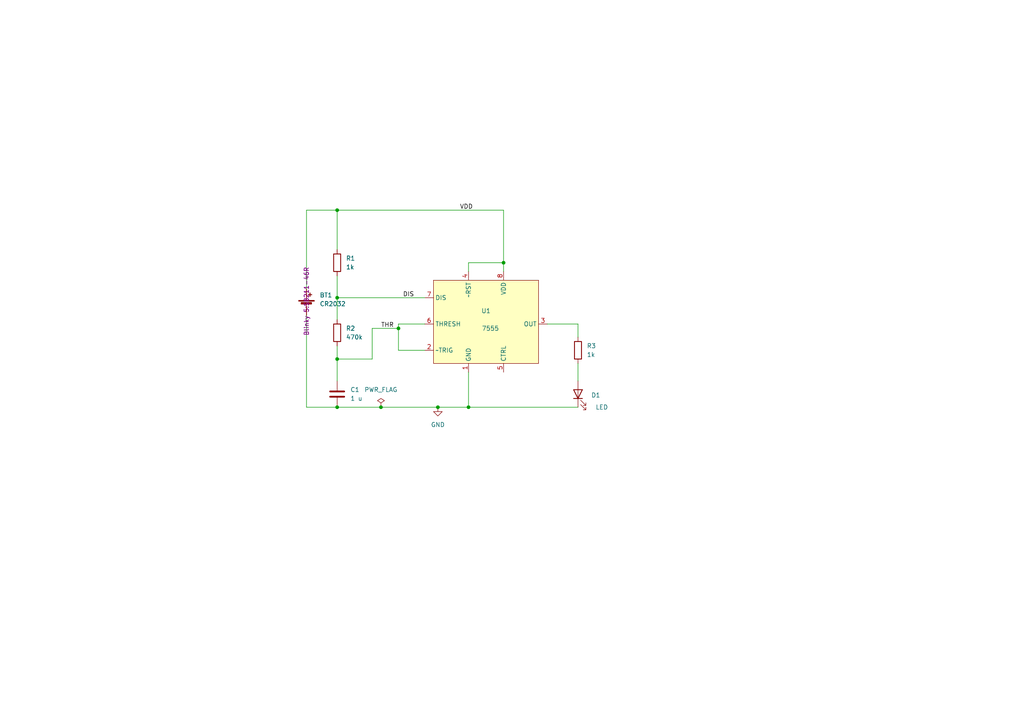
<source format=kicad_sch>
(kicad_sch (version 20211123) (generator eeschema)

  (uuid d91e4d0e-0bdd-43d0-9ee5-57c8bcfc7803)

  (paper "A4")

  (lib_symbols
    (symbol "Device:Battery_Cell" (pin_numbers hide) (pin_names (offset 0) hide) (in_bom yes) (on_board yes)
      (property "Reference" "BT" (id 0) (at 2.54 2.54 0)
        (effects (font (size 1.27 1.27)) (justify left))
      )
      (property "Value" "Battery_Cell" (id 1) (at 2.54 0 0)
        (effects (font (size 1.27 1.27)) (justify left))
      )
      (property "Footprint" "" (id 2) (at 0 1.524 90)
        (effects (font (size 1.27 1.27)) hide)
      )
      (property "Datasheet" "~" (id 3) (at 0 1.524 90)
        (effects (font (size 1.27 1.27)) hide)
      )
      (property "ki_keywords" "battery cell" (id 4) (at 0 0 0)
        (effects (font (size 1.27 1.27)) hide)
      )
      (property "ki_description" "Single-cell battery" (id 5) (at 0 0 0)
        (effects (font (size 1.27 1.27)) hide)
      )
      (symbol "Battery_Cell_0_1"
        (rectangle (start -2.286 1.778) (end 2.286 1.524)
          (stroke (width 0) (type default) (color 0 0 0 0))
          (fill (type outline))
        )
        (rectangle (start -1.5748 1.1938) (end 1.4732 0.6858)
          (stroke (width 0) (type default) (color 0 0 0 0))
          (fill (type outline))
        )
        (polyline
          (pts
            (xy 0 0.762)
            (xy 0 0)
          )
          (stroke (width 0) (type default) (color 0 0 0 0))
          (fill (type none))
        )
        (polyline
          (pts
            (xy 0 1.778)
            (xy 0 2.54)
          )
          (stroke (width 0) (type default) (color 0 0 0 0))
          (fill (type none))
        )
        (polyline
          (pts
            (xy 0.508 3.429)
            (xy 1.524 3.429)
          )
          (stroke (width 0.254) (type default) (color 0 0 0 0))
          (fill (type none))
        )
        (polyline
          (pts
            (xy 1.016 3.937)
            (xy 1.016 2.921)
          )
          (stroke (width 0.254) (type default) (color 0 0 0 0))
          (fill (type none))
        )
      )
      (symbol "Battery_Cell_1_1"
        (pin passive line (at 0 5.08 270) (length 2.54)
          (name "+" (effects (font (size 1.27 1.27))))
          (number "1" (effects (font (size 1.27 1.27))))
        )
        (pin passive line (at 0 -2.54 90) (length 2.54)
          (name "-" (effects (font (size 1.27 1.27))))
          (number "2" (effects (font (size 1.27 1.27))))
        )
      )
    )
    (symbol "Device:C" (pin_numbers hide) (pin_names (offset 0.254)) (in_bom yes) (on_board yes)
      (property "Reference" "C" (id 0) (at 0.635 2.54 0)
        (effects (font (size 1.27 1.27)) (justify left))
      )
      (property "Value" "C" (id 1) (at 0.635 -2.54 0)
        (effects (font (size 1.27 1.27)) (justify left))
      )
      (property "Footprint" "" (id 2) (at 0.9652 -3.81 0)
        (effects (font (size 1.27 1.27)) hide)
      )
      (property "Datasheet" "~" (id 3) (at 0 0 0)
        (effects (font (size 1.27 1.27)) hide)
      )
      (property "ki_keywords" "cap capacitor" (id 4) (at 0 0 0)
        (effects (font (size 1.27 1.27)) hide)
      )
      (property "ki_description" "Unpolarized capacitor" (id 5) (at 0 0 0)
        (effects (font (size 1.27 1.27)) hide)
      )
      (property "ki_fp_filters" "C_*" (id 6) (at 0 0 0)
        (effects (font (size 1.27 1.27)) hide)
      )
      (symbol "C_0_1"
        (polyline
          (pts
            (xy -2.032 -0.762)
            (xy 2.032 -0.762)
          )
          (stroke (width 0.508) (type default) (color 0 0 0 0))
          (fill (type none))
        )
        (polyline
          (pts
            (xy -2.032 0.762)
            (xy 2.032 0.762)
          )
          (stroke (width 0.508) (type default) (color 0 0 0 0))
          (fill (type none))
        )
      )
      (symbol "C_1_1"
        (pin passive line (at 0 3.81 270) (length 2.794)
          (name "~" (effects (font (size 1.27 1.27))))
          (number "1" (effects (font (size 1.27 1.27))))
        )
        (pin passive line (at 0 -3.81 90) (length 2.794)
          (name "~" (effects (font (size 1.27 1.27))))
          (number "2" (effects (font (size 1.27 1.27))))
        )
      )
    )
    (symbol "Device:LED" (pin_numbers hide) (pin_names (offset 1.016) hide) (in_bom yes) (on_board yes)
      (property "Reference" "D" (id 0) (at 0 2.54 0)
        (effects (font (size 1.27 1.27)))
      )
      (property "Value" "LED" (id 1) (at 0 -2.54 0)
        (effects (font (size 1.27 1.27)))
      )
      (property "Footprint" "" (id 2) (at 0 0 0)
        (effects (font (size 1.27 1.27)) hide)
      )
      (property "Datasheet" "~" (id 3) (at 0 0 0)
        (effects (font (size 1.27 1.27)) hide)
      )
      (property "ki_keywords" "LED diode" (id 4) (at 0 0 0)
        (effects (font (size 1.27 1.27)) hide)
      )
      (property "ki_description" "Light emitting diode" (id 5) (at 0 0 0)
        (effects (font (size 1.27 1.27)) hide)
      )
      (property "ki_fp_filters" "LED* LED_SMD:* LED_THT:*" (id 6) (at 0 0 0)
        (effects (font (size 1.27 1.27)) hide)
      )
      (symbol "LED_0_1"
        (polyline
          (pts
            (xy -1.27 -1.27)
            (xy -1.27 1.27)
          )
          (stroke (width 0.254) (type default) (color 0 0 0 0))
          (fill (type none))
        )
        (polyline
          (pts
            (xy -1.27 0)
            (xy 1.27 0)
          )
          (stroke (width 0) (type default) (color 0 0 0 0))
          (fill (type none))
        )
        (polyline
          (pts
            (xy 1.27 -1.27)
            (xy 1.27 1.27)
            (xy -1.27 0)
            (xy 1.27 -1.27)
          )
          (stroke (width 0.254) (type default) (color 0 0 0 0))
          (fill (type none))
        )
        (polyline
          (pts
            (xy -3.048 -0.762)
            (xy -4.572 -2.286)
            (xy -3.81 -2.286)
            (xy -4.572 -2.286)
            (xy -4.572 -1.524)
          )
          (stroke (width 0) (type default) (color 0 0 0 0))
          (fill (type none))
        )
        (polyline
          (pts
            (xy -1.778 -0.762)
            (xy -3.302 -2.286)
            (xy -2.54 -2.286)
            (xy -3.302 -2.286)
            (xy -3.302 -1.524)
          )
          (stroke (width 0) (type default) (color 0 0 0 0))
          (fill (type none))
        )
      )
      (symbol "LED_1_1"
        (pin passive line (at -3.81 0 0) (length 2.54)
          (name "K" (effects (font (size 1.27 1.27))))
          (number "1" (effects (font (size 1.27 1.27))))
        )
        (pin passive line (at 3.81 0 180) (length 2.54)
          (name "A" (effects (font (size 1.27 1.27))))
          (number "2" (effects (font (size 1.27 1.27))))
        )
      )
    )
    (symbol "Device:R" (pin_numbers hide) (pin_names (offset 0)) (in_bom yes) (on_board yes)
      (property "Reference" "R" (id 0) (at 2.032 0 90)
        (effects (font (size 1.27 1.27)))
      )
      (property "Value" "R" (id 1) (at 0 0 90)
        (effects (font (size 1.27 1.27)))
      )
      (property "Footprint" "" (id 2) (at -1.778 0 90)
        (effects (font (size 1.27 1.27)) hide)
      )
      (property "Datasheet" "~" (id 3) (at 0 0 0)
        (effects (font (size 1.27 1.27)) hide)
      )
      (property "ki_keywords" "R res resistor" (id 4) (at 0 0 0)
        (effects (font (size 1.27 1.27)) hide)
      )
      (property "ki_description" "Resistor" (id 5) (at 0 0 0)
        (effects (font (size 1.27 1.27)) hide)
      )
      (property "ki_fp_filters" "R_*" (id 6) (at 0 0 0)
        (effects (font (size 1.27 1.27)) hide)
      )
      (symbol "R_0_1"
        (rectangle (start -1.016 -2.54) (end 1.016 2.54)
          (stroke (width 0.254) (type default) (color 0 0 0 0))
          (fill (type none))
        )
      )
      (symbol "R_1_1"
        (pin passive line (at 0 3.81 270) (length 1.27)
          (name "~" (effects (font (size 1.27 1.27))))
          (number "1" (effects (font (size 1.27 1.27))))
        )
        (pin passive line (at 0 -3.81 90) (length 1.27)
          (name "~" (effects (font (size 1.27 1.27))))
          (number "2" (effects (font (size 1.27 1.27))))
        )
      )
    )
    (symbol "GTB5:7555" (in_bom yes) (on_board yes)
      (property "Reference" "U" (id 0) (at 0 0 0)
        (effects (font (size 1.27 1.27)))
      )
      (property "Value" "7555" (id 1) (at 0 2.54 0)
        (effects (font (size 1.27 1.27)))
      )
      (property "Footprint" "" (id 2) (at 0 0 0)
        (effects (font (size 1.27 1.27)) hide)
      )
      (property "Datasheet" "" (id 3) (at 0 0 0)
        (effects (font (size 1.27 1.27)) hide)
      )
      (symbol "7555_0_1"
        (rectangle (start -15.24 12.7) (end 15.24 -11.43)
          (stroke (width 0) (type default) (color 0 0 0 0))
          (fill (type background))
        )
      )
      (symbol "7555_1_1"
        (pin power_in line (at -5.08 -13.97 90) (length 2.54)
          (name "GND" (effects (font (size 1.27 1.27))))
          (number "1" (effects (font (size 1.27 1.27))))
        )
        (pin input line (at -17.78 -7.62 0) (length 2.54)
          (name "~TRIG" (effects (font (size 1.27 1.27))))
          (number "2" (effects (font (size 1.27 1.27))))
        )
        (pin output line (at 17.78 0 180) (length 2.54)
          (name "OUT" (effects (font (size 1.27 1.27))))
          (number "3" (effects (font (size 1.27 1.27))))
        )
        (pin input line (at -5.08 15.24 270) (length 2.54)
          (name "~RST" (effects (font (size 1.27 1.27))))
          (number "4" (effects (font (size 1.27 1.27))))
        )
        (pin input line (at 5.08 -13.97 90) (length 2.54)
          (name "CTRL" (effects (font (size 1.27 1.27))))
          (number "5" (effects (font (size 1.27 1.27))))
        )
        (pin input line (at -17.78 0 0) (length 2.54)
          (name "THRESH" (effects (font (size 1.27 1.27))))
          (number "6" (effects (font (size 1.27 1.27))))
        )
        (pin input line (at -17.78 7.62 0) (length 2.54)
          (name "DIS" (effects (font (size 1.27 1.27))))
          (number "7" (effects (font (size 1.27 1.27))))
        )
        (pin power_in line (at 5.08 15.24 270) (length 2.54)
          (name "VDD" (effects (font (size 1.27 1.27))))
          (number "8" (effects (font (size 1.27 1.27))))
        )
      )
    )
    (symbol "power:GND" (power) (pin_names (offset 0)) (in_bom yes) (on_board yes)
      (property "Reference" "#PWR" (id 0) (at 0 -6.35 0)
        (effects (font (size 1.27 1.27)) hide)
      )
      (property "Value" "GND" (id 1) (at 0 -3.81 0)
        (effects (font (size 1.27 1.27)))
      )
      (property "Footprint" "" (id 2) (at 0 0 0)
        (effects (font (size 1.27 1.27)) hide)
      )
      (property "Datasheet" "" (id 3) (at 0 0 0)
        (effects (font (size 1.27 1.27)) hide)
      )
      (property "ki_keywords" "global power" (id 4) (at 0 0 0)
        (effects (font (size 1.27 1.27)) hide)
      )
      (property "ki_description" "Power symbol creates a global label with name \"GND\" , ground" (id 5) (at 0 0 0)
        (effects (font (size 1.27 1.27)) hide)
      )
      (symbol "GND_0_1"
        (polyline
          (pts
            (xy 0 0)
            (xy 0 -1.27)
            (xy 1.27 -1.27)
            (xy 0 -2.54)
            (xy -1.27 -1.27)
            (xy 0 -1.27)
          )
          (stroke (width 0) (type default) (color 0 0 0 0))
          (fill (type none))
        )
      )
      (symbol "GND_1_1"
        (pin power_in line (at 0 0 270) (length 0) hide
          (name "GND" (effects (font (size 1.27 1.27))))
          (number "1" (effects (font (size 1.27 1.27))))
        )
      )
    )
    (symbol "power:PWR_FLAG" (power) (pin_numbers hide) (pin_names (offset 0) hide) (in_bom yes) (on_board yes)
      (property "Reference" "#FLG" (id 0) (at 0 1.905 0)
        (effects (font (size 1.27 1.27)) hide)
      )
      (property "Value" "PWR_FLAG" (id 1) (at 0 3.81 0)
        (effects (font (size 1.27 1.27)))
      )
      (property "Footprint" "" (id 2) (at 0 0 0)
        (effects (font (size 1.27 1.27)) hide)
      )
      (property "Datasheet" "~" (id 3) (at 0 0 0)
        (effects (font (size 1.27 1.27)) hide)
      )
      (property "ki_keywords" "flag power" (id 4) (at 0 0 0)
        (effects (font (size 1.27 1.27)) hide)
      )
      (property "ki_description" "Special symbol for telling ERC where power comes from" (id 5) (at 0 0 0)
        (effects (font (size 1.27 1.27)) hide)
      )
      (symbol "PWR_FLAG_0_0"
        (pin power_out line (at 0 0 90) (length 0)
          (name "pwr" (effects (font (size 1.27 1.27))))
          (number "1" (effects (font (size 1.27 1.27))))
        )
      )
      (symbol "PWR_FLAG_0_1"
        (polyline
          (pts
            (xy 0 0)
            (xy 0 1.27)
            (xy -1.016 1.905)
            (xy 0 2.54)
            (xy 1.016 1.905)
            (xy 0 1.27)
          )
          (stroke (width 0) (type default) (color 0 0 0 0))
          (fill (type none))
        )
      )
    )
  )

  (junction (at 146.05 76.2) (diameter 0) (color 0 0 0 0)
    (uuid 139fe882-b24a-4e90-8e7b-124702be6fb2)
  )
  (junction (at 135.89 118.11) (diameter 0) (color 0 0 0 0)
    (uuid 2aa31ad0-84b8-4be6-97ed-c033135a257b)
  )
  (junction (at 97.79 118.11) (diameter 0) (color 0 0 0 0)
    (uuid 691e9420-755e-4f8e-945b-f1ead9fa7e54)
  )
  (junction (at 127 118.11) (diameter 0) (color 0 0 0 0)
    (uuid 7883a740-e155-4021-ac04-1c996da5b3de)
  )
  (junction (at 110.49 118.11) (diameter 0) (color 0 0 0 0)
    (uuid 85742ecc-2da4-4716-8605-5ea16dfd338f)
  )
  (junction (at 97.79 86.36) (diameter 0) (color 0 0 0 0)
    (uuid 9a3c0e0e-1be9-43f3-a02a-875e41a2f1d3)
  )
  (junction (at 115.57 95.25) (diameter 0) (color 0 0 0 0)
    (uuid 9ee1f639-7648-4e0d-9df3-7e2eb1f3deb2)
  )
  (junction (at 97.79 60.96) (diameter 0) (color 0 0 0 0)
    (uuid a6e7ff28-5d54-4876-8b3b-2d4d866f86fa)
  )
  (junction (at 97.79 104.14) (diameter 0) (color 0 0 0 0)
    (uuid cdab1929-3132-4e56-ba07-63024859a024)
  )

  (wire (pts (xy 88.9 91.44) (xy 88.9 118.11))
    (stroke (width 0) (type default) (color 0 0 0 0))
    (uuid 07cc1434-b0bc-49d3-a194-b56c08773f2d)
  )
  (wire (pts (xy 146.05 76.2) (xy 146.05 78.74))
    (stroke (width 0) (type default) (color 0 0 0 0))
    (uuid 0eb770b9-7d95-4b3b-814d-55d845be1d58)
  )
  (wire (pts (xy 135.89 78.74) (xy 135.89 76.2))
    (stroke (width 0) (type default) (color 0 0 0 0))
    (uuid 26a4e02c-550a-40f9-a61d-54b12a64c588)
  )
  (wire (pts (xy 123.19 86.36) (xy 97.79 86.36))
    (stroke (width 0) (type default) (color 0 0 0 0))
    (uuid 2ce5ae4c-c85c-4cff-8687-0dd1fbe460e9)
  )
  (wire (pts (xy 97.79 60.96) (xy 97.79 72.39))
    (stroke (width 0) (type default) (color 0 0 0 0))
    (uuid 2da18b4d-4335-4fec-a47f-ce25efa1bdb5)
  )
  (wire (pts (xy 167.64 93.98) (xy 167.64 97.79))
    (stroke (width 0) (type default) (color 0 0 0 0))
    (uuid 3189da41-6c7c-4cdf-8c69-dda010b174e1)
  )
  (wire (pts (xy 115.57 93.98) (xy 123.19 93.98))
    (stroke (width 0) (type default) (color 0 0 0 0))
    (uuid 323aec9e-ad4c-436a-8b68-6aa37494fc34)
  )
  (wire (pts (xy 115.57 95.25) (xy 115.57 93.98))
    (stroke (width 0) (type default) (color 0 0 0 0))
    (uuid 397e2520-591c-4d9e-b24a-6301eb38af28)
  )
  (wire (pts (xy 97.79 118.11) (xy 110.49 118.11))
    (stroke (width 0) (type default) (color 0 0 0 0))
    (uuid 424dacdf-6412-4f0f-ba86-ce840b2d299d)
  )
  (wire (pts (xy 88.9 118.11) (xy 97.79 118.11))
    (stroke (width 0) (type default) (color 0 0 0 0))
    (uuid 54f9362a-d8e2-4ea2-94b7-87b453db5d85)
  )
  (wire (pts (xy 146.05 60.96) (xy 146.05 76.2))
    (stroke (width 0) (type default) (color 0 0 0 0))
    (uuid 57a9667f-822b-4644-8008-34606f79fbd4)
  )
  (wire (pts (xy 115.57 95.25) (xy 115.57 101.6))
    (stroke (width 0) (type default) (color 0 0 0 0))
    (uuid 5bee27cc-d799-49a0-876f-99165b2f3800)
  )
  (wire (pts (xy 88.9 60.96) (xy 88.9 83.82))
    (stroke (width 0) (type default) (color 0 0 0 0))
    (uuid 5f791933-36fa-4905-9ff7-fdff6f90cd61)
  )
  (wire (pts (xy 97.79 104.14) (xy 107.95 104.14))
    (stroke (width 0) (type default) (color 0 0 0 0))
    (uuid 65a450b4-6be1-4224-b7f3-d72d89f573e7)
  )
  (wire (pts (xy 97.79 100.33) (xy 97.79 104.14))
    (stroke (width 0) (type default) (color 0 0 0 0))
    (uuid 6e4bcdca-ee35-4b16-a9c7-3ab6e0699918)
  )
  (wire (pts (xy 97.79 104.14) (xy 97.79 110.49))
    (stroke (width 0) (type default) (color 0 0 0 0))
    (uuid 727e4aa9-1156-4442-a18f-1ec9a5abef0f)
  )
  (wire (pts (xy 115.57 101.6) (xy 123.19 101.6))
    (stroke (width 0) (type default) (color 0 0 0 0))
    (uuid 732f1e86-c371-4ba8-9c53-447dca11a72a)
  )
  (wire (pts (xy 127 118.11) (xy 135.89 118.11))
    (stroke (width 0) (type default) (color 0 0 0 0))
    (uuid 8988196d-ecd4-446a-bfb3-7f116b989b7c)
  )
  (wire (pts (xy 110.49 118.11) (xy 127 118.11))
    (stroke (width 0) (type default) (color 0 0 0 0))
    (uuid 89f20df7-c1e2-4940-aca5-9e20eb48e75e)
  )
  (wire (pts (xy 107.95 95.25) (xy 115.57 95.25))
    (stroke (width 0) (type default) (color 0 0 0 0))
    (uuid 8a4abb00-207f-4dda-96c2-87be310681be)
  )
  (wire (pts (xy 135.89 118.11) (xy 167.64 118.11))
    (stroke (width 0) (type default) (color 0 0 0 0))
    (uuid 96c4ca2d-d205-4127-9cce-342b609fe411)
  )
  (wire (pts (xy 97.79 86.36) (xy 97.79 92.71))
    (stroke (width 0) (type default) (color 0 0 0 0))
    (uuid 976e1331-8eed-42ac-8dd8-b9a5d84a248d)
  )
  (wire (pts (xy 158.75 93.98) (xy 167.64 93.98))
    (stroke (width 0) (type default) (color 0 0 0 0))
    (uuid a75fbee2-51d6-4dfd-b501-30724394817f)
  )
  (wire (pts (xy 146.05 60.96) (xy 97.79 60.96))
    (stroke (width 0) (type default) (color 0 0 0 0))
    (uuid b31d59a5-f643-4e9e-bfbc-fe37b197b2b9)
  )
  (wire (pts (xy 97.79 80.01) (xy 97.79 86.36))
    (stroke (width 0) (type default) (color 0 0 0 0))
    (uuid be0c6870-234d-4768-8ebb-9ae5badec6aa)
  )
  (wire (pts (xy 167.64 105.41) (xy 167.64 110.49))
    (stroke (width 0) (type default) (color 0 0 0 0))
    (uuid be8d9e84-6ef0-4f32-97ba-4dfd809cd03c)
  )
  (wire (pts (xy 135.89 76.2) (xy 146.05 76.2))
    (stroke (width 0) (type default) (color 0 0 0 0))
    (uuid d0a8f5f2-bd3e-4e85-bd04-bbce6af938d1)
  )
  (wire (pts (xy 88.9 60.96) (xy 97.79 60.96))
    (stroke (width 0) (type default) (color 0 0 0 0))
    (uuid d3adc2b6-232e-4717-b637-191c3e505319)
  )
  (wire (pts (xy 107.95 104.14) (xy 107.95 95.25))
    (stroke (width 0) (type default) (color 0 0 0 0))
    (uuid f5770bba-5246-492f-a3ba-52be33718754)
  )
  (wire (pts (xy 135.89 107.95) (xy 135.89 118.11))
    (stroke (width 0) (type default) (color 0 0 0 0))
    (uuid fed5556b-6ce1-4fde-b46d-663ebc4a1726)
  )

  (label "DIS" (at 116.84 86.36 0)
    (effects (font (size 1.27 1.27)) (justify left bottom))
    (uuid 094109ec-91f1-4931-ae28-0da454b6315c)
  )
  (label "VDD" (at 133.35 60.96 0)
    (effects (font (size 1.27 1.27)) (justify left bottom))
    (uuid 14ec5930-6ffc-4aa2-a087-55f2ae9550d9)
  )
  (label "THR" (at 110.49 95.25 0)
    (effects (font (size 1.27 1.27)) (justify left bottom))
    (uuid eee57c16-e012-4584-a9bc-475bd42a0b02)
  )

  (symbol (lib_id "Device:C") (at 97.79 114.3 0) (unit 1)
    (in_bom yes) (on_board yes) (fields_autoplaced)
    (uuid 04d74b7d-f61a-4cb1-9b4f-f781baa953e2)
    (property "Reference" "C1" (id 0) (at 101.6 113.0299 0)
      (effects (font (size 1.27 1.27)) (justify left))
    )
    (property "Value" "1 u" (id 1) (at 101.6 115.5699 0)
      (effects (font (size 1.27 1.27)) (justify left))
    )
    (property "Footprint" "Capacitor_SMD:C_0805_2012Metric_Pad1.18x1.45mm_HandSolder" (id 2) (at 98.7552 118.11 0)
      (effects (font (size 1.27 1.27)) hide)
    )
    (property "Datasheet" "~" (id 3) (at 97.79 114.3 0)
      (effects (font (size 1.27 1.27)) hide)
    )
    (pin "1" (uuid 5d7ed4dc-b843-4431-91f3-ce85ecf37da6))
    (pin "2" (uuid 4a97cac6-0f5d-4681-8923-c7e42238403b))
  )

  (symbol (lib_id "power:PWR_FLAG") (at 110.49 118.11 0) (unit 1)
    (in_bom yes) (on_board yes) (fields_autoplaced)
    (uuid 169ee1a6-f179-4b7c-b4b4-fe6d637e550a)
    (property "Reference" "#FLG0101" (id 0) (at 110.49 116.205 0)
      (effects (font (size 1.27 1.27)) hide)
    )
    (property "Value" "PWR_FLAG" (id 1) (at 110.49 113.03 0))
    (property "Footprint" "" (id 2) (at 110.49 118.11 0)
      (effects (font (size 1.27 1.27)) hide)
    )
    (property "Datasheet" "~" (id 3) (at 110.49 118.11 0)
      (effects (font (size 1.27 1.27)) hide)
    )
    (pin "1" (uuid e9c8c390-dd43-49f8-acf6-604644b56242))
  )

  (symbol (lib_id "GTB5:7555") (at 140.97 93.98 0) (unit 1)
    (in_bom yes) (on_board yes)
    (uuid 485ef47d-338f-4f5f-bc53-9fe3cd870fa3)
    (property "Reference" "U1" (id 0) (at 140.97 90.17 0))
    (property "Value" "7555" (id 1) (at 142.24 95.25 0))
    (property "Footprint" "Package_SO:SOIC-8-1EP_3.9x4.9mm_P1.27mm_EP2.95x4.9mm_Mask2.71x3.4mm" (id 2) (at 140.97 93.98 0)
      (effects (font (size 1.27 1.27)) hide)
    )
    (property "Datasheet" "" (id 3) (at 140.97 93.98 0)
      (effects (font (size 1.27 1.27)) hide)
    )
    (pin "1" (uuid b205321e-301d-46a2-af2f-cb90e202e382))
    (pin "2" (uuid a58d120b-72ae-4fdd-98ca-ac462b87520e))
    (pin "3" (uuid b19e0f36-6f03-4cce-ba7c-220f2ba3a691))
    (pin "4" (uuid 71d7d4a7-b712-499e-b43f-f37f34312a57))
    (pin "5" (uuid 1c6d9d68-d0ec-4a5d-947f-cbb01b3d811b))
    (pin "6" (uuid 0425551b-7c28-4de6-9541-226535a7a8c2))
    (pin "7" (uuid 27b98eca-85c5-4957-96de-1c3a0aef41f8))
    (pin "8" (uuid e0465ee7-2241-404f-a0a9-5acd04f6e989))
  )

  (symbol (lib_id "Device:R") (at 97.79 76.2 0) (unit 1)
    (in_bom yes) (on_board yes) (fields_autoplaced)
    (uuid 8099ae83-43f4-42c3-9b9b-f35644dc10e1)
    (property "Reference" "R1" (id 0) (at 100.33 74.9299 0)
      (effects (font (size 1.27 1.27)) (justify left))
    )
    (property "Value" "1k" (id 1) (at 100.33 77.4699 0)
      (effects (font (size 1.27 1.27)) (justify left))
    )
    (property "Footprint" "Resistor_SMD:R_0805_2012Metric_Pad1.20x1.40mm_HandSolder" (id 2) (at 96.012 76.2 90)
      (effects (font (size 1.27 1.27)) hide)
    )
    (property "Datasheet" "~" (id 3) (at 97.79 76.2 0)
      (effects (font (size 1.27 1.27)) hide)
    )
    (pin "1" (uuid 998d1629-3f8e-494b-9e4d-8807785210b7))
    (pin "2" (uuid 03a1050f-1c63-4a3e-ade3-14b7462a0d5d))
  )

  (symbol (lib_id "Device:Battery_Cell") (at 88.9 88.9 0) (unit 1)
    (in_bom yes) (on_board yes) (fields_autoplaced)
    (uuid 8a3e669e-bb79-4c9a-8b9b-01c94a2495d8)
    (property "Reference" "BT1" (id 0) (at 92.71 85.5979 0)
      (effects (font (size 1.27 1.27)) (justify left))
    )
    (property "Value" "CR2032" (id 1) (at 92.71 88.1379 0)
      (effects (font (size 1.27 1.27)) (justify left))
    )
    (property "Footprint" "Blinky 5:S8211-46R" (id 2) (at 88.9 87.376 90))
    (property "Datasheet" "~" (id 3) (at 88.9 87.376 90)
      (effects (font (size 1.27 1.27)) hide)
    )
    (pin "1" (uuid 92f6768b-246a-4e1e-a1ae-a8855efc065e))
    (pin "2" (uuid b28b61e2-af2f-4052-b51c-c25b4de2bb8e))
  )

  (symbol (lib_id "Device:R") (at 167.64 101.6 0) (unit 1)
    (in_bom yes) (on_board yes) (fields_autoplaced)
    (uuid c7233c1b-2839-41e6-b1b6-0825ca0e4dc2)
    (property "Reference" "R3" (id 0) (at 170.18 100.3299 0)
      (effects (font (size 1.27 1.27)) (justify left))
    )
    (property "Value" "1k" (id 1) (at 170.18 102.8699 0)
      (effects (font (size 1.27 1.27)) (justify left))
    )
    (property "Footprint" "Resistor_SMD:R_0805_2012Metric_Pad1.20x1.40mm_HandSolder" (id 2) (at 165.862 101.6 90)
      (effects (font (size 1.27 1.27)) hide)
    )
    (property "Datasheet" "~" (id 3) (at 167.64 101.6 0)
      (effects (font (size 1.27 1.27)) hide)
    )
    (pin "1" (uuid c3bb78d2-dfd8-40cb-8192-2f3c5a6a4a09))
    (pin "2" (uuid e7cc65b6-3a7b-437e-9984-1e81bfb7f94e))
  )

  (symbol (lib_id "Device:R") (at 97.79 96.52 0) (unit 1)
    (in_bom yes) (on_board yes) (fields_autoplaced)
    (uuid dfa0cfe8-400b-40fc-be5b-3dff0e0eaf11)
    (property "Reference" "R2" (id 0) (at 100.33 95.2499 0)
      (effects (font (size 1.27 1.27)) (justify left))
    )
    (property "Value" "470k" (id 1) (at 100.33 97.7899 0)
      (effects (font (size 1.27 1.27)) (justify left))
    )
    (property "Footprint" "Resistor_SMD:R_0805_2012Metric_Pad1.20x1.40mm_HandSolder" (id 2) (at 96.012 96.52 90)
      (effects (font (size 1.27 1.27)) hide)
    )
    (property "Datasheet" "~" (id 3) (at 97.79 96.52 0)
      (effects (font (size 1.27 1.27)) hide)
    )
    (pin "1" (uuid 8e0ac83f-11b1-4847-9dba-8e65174d8d35))
    (pin "2" (uuid d945e0ff-1bbe-4ef4-9f0a-ca1a053cbc11))
  )

  (symbol (lib_id "Device:LED") (at 167.64 114.3 90) (unit 1)
    (in_bom yes) (on_board yes)
    (uuid f0da1f05-2531-468a-8784-abcf82bc49e9)
    (property "Reference" "D1" (id 0) (at 171.45 114.6174 90)
      (effects (font (size 1.27 1.27)) (justify right))
    )
    (property "Value" "LED" (id 1) (at 172.72 118.11 90)
      (effects (font (size 1.27 1.27)) (justify right))
    )
    (property "Footprint" "LED_SMD:LED_0805_2012Metric_Pad1.15x1.40mm_HandSolder" (id 2) (at 167.64 114.3 0)
      (effects (font (size 1.27 1.27)) hide)
    )
    (property "Datasheet" "~" (id 3) (at 167.64 114.3 0)
      (effects (font (size 1.27 1.27)) hide)
    )
    (pin "1" (uuid 63b86726-9586-4c6e-9957-fdedc14472df))
    (pin "2" (uuid f44c64c0-38db-44e3-a15d-778ba210f9fa))
  )

  (symbol (lib_id "power:GND") (at 127 118.11 0) (unit 1)
    (in_bom yes) (on_board yes) (fields_autoplaced)
    (uuid f38e6a7f-ad98-45be-bafa-657a3368141c)
    (property "Reference" "#PWR0101" (id 0) (at 127 124.46 0)
      (effects (font (size 1.27 1.27)) hide)
    )
    (property "Value" "GND" (id 1) (at 127 123.19 0))
    (property "Footprint" "" (id 2) (at 127 118.11 0)
      (effects (font (size 1.27 1.27)) hide)
    )
    (property "Datasheet" "" (id 3) (at 127 118.11 0)
      (effects (font (size 1.27 1.27)) hide)
    )
    (pin "1" (uuid e4e5cd5b-a49a-4331-8d1b-3ef5e521ba2b))
  )

  (sheet_instances
    (path "/" (page "1"))
  )

  (symbol_instances
    (path "/169ee1a6-f179-4b7c-b4b4-fe6d637e550a"
      (reference "#FLG0101") (unit 1) (value "PWR_FLAG") (footprint "")
    )
    (path "/f38e6a7f-ad98-45be-bafa-657a3368141c"
      (reference "#PWR0101") (unit 1) (value "GND") (footprint "")
    )
    (path "/8a3e669e-bb79-4c9a-8b9b-01c94a2495d8"
      (reference "BT1") (unit 1) (value "CR2032") (footprint "Blinky 5:S8211-46R")
    )
    (path "/04d74b7d-f61a-4cb1-9b4f-f781baa953e2"
      (reference "C1") (unit 1) (value "1 u") (footprint "Capacitor_SMD:C_0805_2012Metric_Pad1.18x1.45mm_HandSolder")
    )
    (path "/f0da1f05-2531-468a-8784-abcf82bc49e9"
      (reference "D1") (unit 1) (value "LED") (footprint "LED_SMD:LED_0805_2012Metric_Pad1.15x1.40mm_HandSolder")
    )
    (path "/8099ae83-43f4-42c3-9b9b-f35644dc10e1"
      (reference "R1") (unit 1) (value "1k") (footprint "Resistor_SMD:R_0805_2012Metric_Pad1.20x1.40mm_HandSolder")
    )
    (path "/dfa0cfe8-400b-40fc-be5b-3dff0e0eaf11"
      (reference "R2") (unit 1) (value "470k") (footprint "Resistor_SMD:R_0805_2012Metric_Pad1.20x1.40mm_HandSolder")
    )
    (path "/c7233c1b-2839-41e6-b1b6-0825ca0e4dc2"
      (reference "R3") (unit 1) (value "1k") (footprint "Resistor_SMD:R_0805_2012Metric_Pad1.20x1.40mm_HandSolder")
    )
    (path "/485ef47d-338f-4f5f-bc53-9fe3cd870fa3"
      (reference "U1") (unit 1) (value "7555") (footprint "Package_SO:SOIC-8-1EP_3.9x4.9mm_P1.27mm_EP2.95x4.9mm_Mask2.71x3.4mm")
    )
  )
)

</source>
